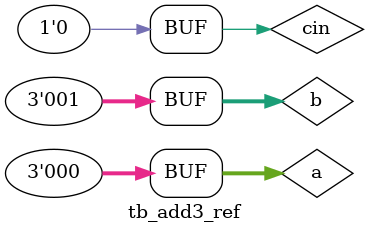
<source format=v>
module tb_add3_ref();
// constants                                           
// general purpose registers
reg [2:0] a;
reg [2:0] b;
reg cin;
// wires                                               
wire [3:0] sum;

wire sampler;                             

// assign statements (if any)                          
add3_ref i1 (
// port map - connection between master ports and signals/registers   
	.a(a),
	.b(b),
	.cin(cin),
	.sum(sum)
);
// a[ 2 ]
initial
begin
	a[2] = 1'b0;
	a[2] = #160000 1'b1;
	a[2] = #160000 1'b0;
	a[2] = #80000 1'b1;
	a[2] = #40000 1'b0;
	a[2] = #40000 1'b1;
	a[2] = #160000 1'b0;
	a[2] = #160000 1'b1;
	a[2] = #160000 1'b0;
end 
// a[ 1 ]
initial
begin
	a[1] = 1'b0;
	a[1] = #120000 1'b1;
	a[1] = #40000 1'b0;
	a[1] = #80000 1'b1;
	a[1] = #80000 1'b0;
	a[1] = #120000 1'b1;
	a[1] = #40000 1'b0;
	a[1] = #80000 1'b1;
	# 80000;
	repeat(2)
	begin
		a[1] = 1'b0;
		a[1] = #80000 1'b1;
		# 80000;
	end
	a[1] = 1'b0;
end 
// a[ 0 ]
initial
begin
	a[0] = 1'b0;
	a[0] = #40000 1'b1;
	a[0] = #40000 1'b0;
	a[0] = #40000 1'b1;
	# 40000;
	repeat(2)
	begin
		a[0] = 1'b0;
		a[0] = #40000 1'b1;
		# 40000;
	end
	a[0] = 1'b0;
	a[0] = #40000 1'b1;
	a[0] = #120000 1'b0;
	a[0] = #40000 1'b1;
	# 40000;
	repeat(5)
	begin
		a[0] = 1'b0;
		a[0] = #40000 1'b1;
		# 40000;
	end
	a[0] = 1'b0;
end 
// b[ 2 ]
initial
begin
	b[2] = 1'b0;
	b[2] = #160000 1'b1;
	b[2] = #40000 1'b0;
	b[2] = #40000 1'b1;
	b[2] = #40000 1'b0;
	b[2] = #40000 1'b1;
	b[2] = #120000 1'b0;
	b[2] = #120000 1'b1;
	b[2] = #120000 1'b0;
	b[2] = #80000 1'b1;
	b[2] = #40000 1'b0;
end 
// b[ 1 ]
initial
begin
	b[1] = 1'b0;
	b[1] = #200000 1'b1;
	b[1] = #40000 1'b0;
	b[1] = #80000 1'b1;
	b[1] = #80000 1'b0;
	b[1] = #80000 1'b1;
	b[1] = #80000 1'b0;
	b[1] = #40000 1'b1;
	b[1] = #80000 1'b0;
	b[1] = #160000 1'b1;
	b[1] = #40000 1'b0;
end 
// b[ 0 ]
initial
begin
	b[0] = 1'b1;
	b[0] = #80000 1'b0;
	b[0] = #80000 1'b1;
	b[0] = #40000 1'b0;
	b[0] = #40000 1'b1;
	b[0] = #40000 1'b0;
	b[0] = #40000 1'b1;
	b[0] = #120000 1'b0;
	b[0] = #120000 1'b1;
	b[0] = #120000 1'b0;
	b[0] = #40000 1'b1;
	b[0] = #80000 1'b0;
	b[0] = #40000 1'b1;
	b[0] = #40000 1'b0;
	b[0] = #80000 1'b1;
end 

// cin
initial
begin
	cin = 1'b0;
end 
initial
 begin
		 $monitor("t=%3d a=%d,b=%d,cin=%d,sum=%d \n",$time,a,b,cin,sum, );
		 end


endmodule

</source>
